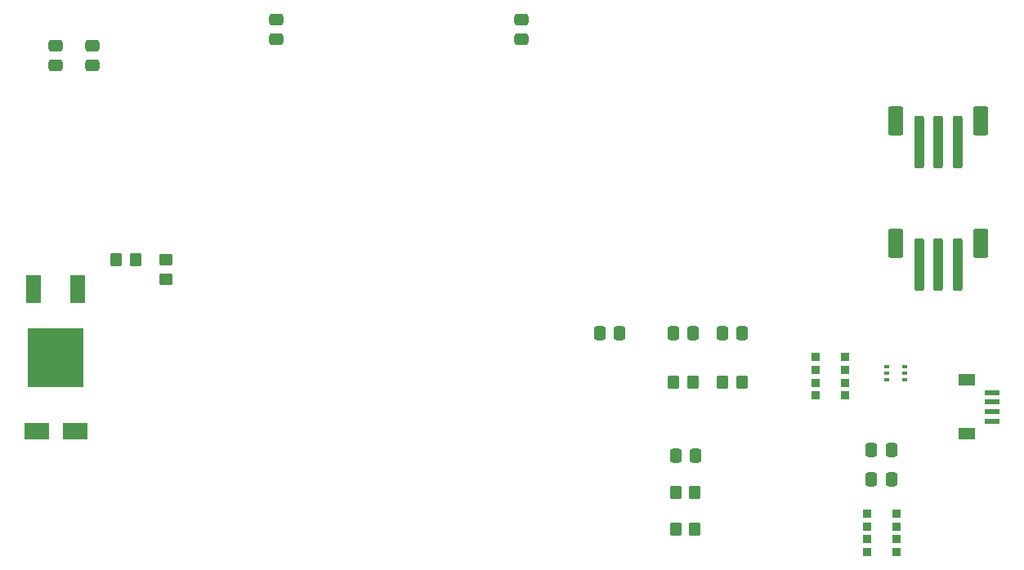
<source format=gbr>
%TF.GenerationSoftware,KiCad,Pcbnew,7.0.8*%
%TF.CreationDate,2023-10-18T14:23:47-04:00*%
%TF.ProjectId,ball_heater_controller,62616c6c-5f68-4656-9174-65725f636f6e,rev?*%
%TF.SameCoordinates,Original*%
%TF.FileFunction,Paste,Top*%
%TF.FilePolarity,Positive*%
%FSLAX46Y46*%
G04 Gerber Fmt 4.6, Leading zero omitted, Abs format (unit mm)*
G04 Created by KiCad (PCBNEW 7.0.8) date 2023-10-18 14:23:47*
%MOMM*%
%LPD*%
G01*
G04 APERTURE LIST*
G04 Aperture macros list*
%AMRoundRect*
0 Rectangle with rounded corners*
0 $1 Rounding radius*
0 $2 $3 $4 $5 $6 $7 $8 $9 X,Y pos of 4 corners*
0 Add a 4 corners polygon primitive as box body*
4,1,4,$2,$3,$4,$5,$6,$7,$8,$9,$2,$3,0*
0 Add four circle primitives for the rounded corners*
1,1,$1+$1,$2,$3*
1,1,$1+$1,$4,$5*
1,1,$1+$1,$6,$7*
1,1,$1+$1,$8,$9*
0 Add four rect primitives between the rounded corners*
20,1,$1+$1,$2,$3,$4,$5,0*
20,1,$1+$1,$4,$5,$6,$7,0*
20,1,$1+$1,$6,$7,$8,$9,0*
20,1,$1+$1,$8,$9,$2,$3,0*%
G04 Aperture macros list end*
%ADD10RoundRect,0.250000X0.350000X0.450000X-0.350000X0.450000X-0.350000X-0.450000X0.350000X-0.450000X0*%
%ADD11R,1.800000X1.200000*%
%ADD12R,1.600000X0.600000*%
%ADD13RoundRect,0.250000X-0.350000X-0.450000X0.350000X-0.450000X0.350000X0.450000X-0.350000X0.450000X0*%
%ADD14RoundRect,0.250000X-0.250000X-2.500000X0.250000X-2.500000X0.250000X2.500000X-0.250000X2.500000X0*%
%ADD15RoundRect,0.250000X-0.550000X-1.250000X0.550000X-1.250000X0.550000X1.250000X-0.550000X1.250000X0*%
%ADD16R,0.900000X0.900000*%
%ADD17R,1.600000X3.000000*%
%ADD18R,5.800000X6.200000*%
%ADD19R,2.500000X1.700000*%
%ADD20RoundRect,0.250000X-0.475000X0.337500X-0.475000X-0.337500X0.475000X-0.337500X0.475000X0.337500X0*%
%ADD21RoundRect,0.250000X0.450000X-0.350000X0.450000X0.350000X-0.450000X0.350000X-0.450000X-0.350000X0*%
%ADD22RoundRect,0.250000X0.337500X0.475000X-0.337500X0.475000X-0.337500X-0.475000X0.337500X-0.475000X0*%
%ADD23RoundRect,0.250000X-0.337500X-0.475000X0.337500X-0.475000X0.337500X0.475000X-0.337500X0.475000X0*%
%ADD24R,0.600000X0.420000*%
G04 APERTURE END LIST*
D10*
%TO.C,R3*%
X172682500Y-106680000D03*
X170682500Y-106680000D03*
%TD*%
D11*
%TO.C,J2*%
X196020000Y-112020000D03*
X196020000Y-106420000D03*
D12*
X198620000Y-110720000D03*
X198620000Y-109720000D03*
X198620000Y-108720000D03*
X198620000Y-107720000D03*
%TD*%
D13*
%TO.C,R5*%
X165826500Y-121920000D03*
X167826500Y-121920000D03*
%TD*%
%TO.C,R4*%
X165602500Y-106680000D03*
X167602500Y-106680000D03*
%TD*%
D14*
%TO.C,J4*%
X191040000Y-81780000D03*
X193040000Y-81780000D03*
X195040000Y-81780000D03*
D15*
X188640000Y-79530000D03*
X197440000Y-79530000D03*
%TD*%
D16*
%TO.C,RN1*%
X183340000Y-108045000D03*
X183340000Y-106705000D03*
X183340000Y-105385000D03*
X183340000Y-104045000D03*
X180340000Y-104045000D03*
X180340000Y-105385000D03*
X180340000Y-106705000D03*
X180340000Y-108045000D03*
%TD*%
D13*
%TO.C,R6*%
X165826500Y-118110000D03*
X167826500Y-118110000D03*
%TD*%
D16*
%TO.C,RN2*%
X185674000Y-120276000D03*
X185674000Y-121616000D03*
X185674000Y-122936000D03*
X185674000Y-124276000D03*
X188674000Y-124276000D03*
X188674000Y-122936000D03*
X188674000Y-121616000D03*
X188674000Y-120276000D03*
%TD*%
D17*
%TO.C,Q2*%
X103885000Y-96970000D03*
D18*
X101600000Y-104140000D03*
D17*
X99315000Y-96970000D03*
%TD*%
D19*
%TO.C,D1*%
X103600000Y-111760000D03*
X99600000Y-111760000D03*
%TD*%
D20*
%TO.C,C2*%
X101600000Y-71755000D03*
X101600000Y-73830000D03*
%TD*%
D21*
%TO.C,R1*%
X113030000Y-95980000D03*
X113030000Y-93980000D03*
%TD*%
D20*
%TO.C,C5*%
X149860000Y-69045000D03*
X149860000Y-71120000D03*
%TD*%
D14*
%TO.C,J3*%
X191040000Y-94480000D03*
X193040000Y-94480000D03*
X195040000Y-94480000D03*
D15*
X188640000Y-92230000D03*
X197440000Y-92230000D03*
%TD*%
D22*
%TO.C,C7*%
X160020000Y-101600000D03*
X157945000Y-101600000D03*
%TD*%
D20*
%TO.C,C3*%
X105410000Y-71755000D03*
X105410000Y-73830000D03*
%TD*%
D23*
%TO.C,C10*%
X186108500Y-116722000D03*
X188183500Y-116722000D03*
%TD*%
D24*
%TO.C,Q1*%
X189560000Y-106380000D03*
X189560000Y-105730000D03*
X189560000Y-105080000D03*
X187660000Y-105080000D03*
X187660000Y-105730000D03*
X187660000Y-106380000D03*
%TD*%
D13*
%TO.C,R2*%
X107855000Y-93980000D03*
X109855000Y-93980000D03*
%TD*%
D23*
%TO.C,C11*%
X165819000Y-114300000D03*
X167894000Y-114300000D03*
%TD*%
D22*
%TO.C,C8*%
X167640000Y-101600000D03*
X165565000Y-101600000D03*
%TD*%
D23*
%TO.C,C9*%
X186108500Y-113712000D03*
X188183500Y-113712000D03*
%TD*%
%TO.C,C6*%
X170645000Y-101600000D03*
X172720000Y-101600000D03*
%TD*%
D20*
%TO.C,C4*%
X124460000Y-69045000D03*
X124460000Y-71120000D03*
%TD*%
M02*

</source>
